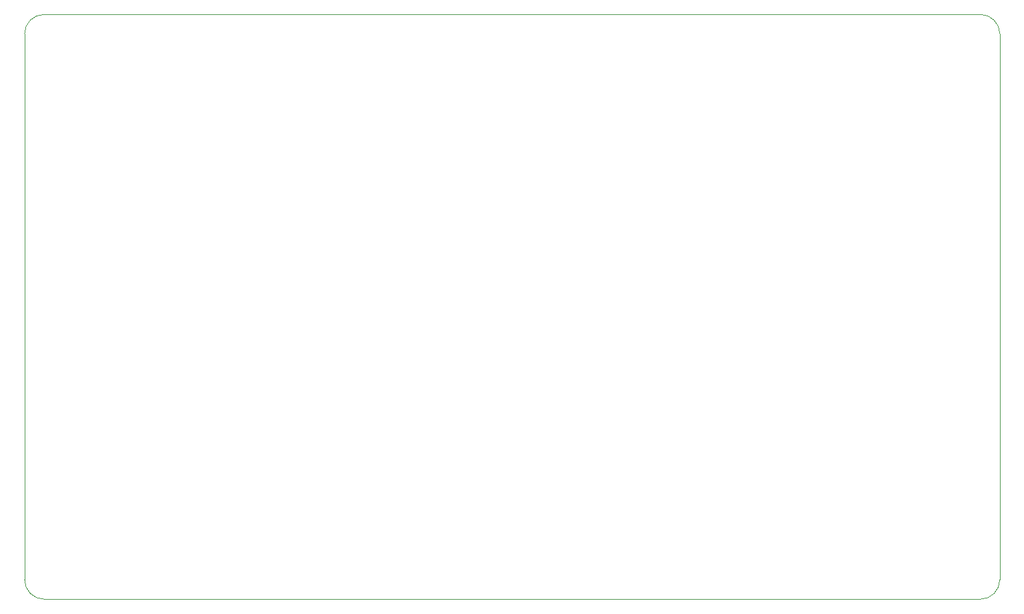
<source format=gbr>
%TF.GenerationSoftware,KiCad,Pcbnew,(5.1.7)-1*%
%TF.CreationDate,2021-05-11T13:40:29-05:00*%
%TF.ProjectId,instrumentation_amplifier,696e7374-7275-46d6-956e-746174696f6e,1.1*%
%TF.SameCoordinates,Original*%
%TF.FileFunction,Profile,NP*%
%FSLAX46Y46*%
G04 Gerber Fmt 4.6, Leading zero omitted, Abs format (unit mm)*
G04 Created by KiCad (PCBNEW (5.1.7)-1) date 2021-05-11 13:40:29*
%MOMM*%
%LPD*%
G01*
G04 APERTURE LIST*
%TA.AperFunction,Profile*%
%ADD10C,0.050000*%
%TD*%
G04 APERTURE END LIST*
D10*
X101600000Y-53340000D02*
G75*
G02*
X104140000Y-50800000I2540000J0D01*
G01*
X104140000Y-127000000D02*
G75*
G02*
X101600000Y-124460000I0J2540000D01*
G01*
X228600000Y-124460000D02*
G75*
G02*
X226060000Y-127000000I-2540000J0D01*
G01*
X226060000Y-50800000D02*
G75*
G02*
X228600000Y-53340000I0J-2540000D01*
G01*
X101600000Y-53340000D02*
X101600000Y-124460000D01*
X226060000Y-50800000D02*
X104140000Y-50800000D01*
X228600000Y-124460000D02*
X228600000Y-53340000D01*
X104140000Y-127000000D02*
X226060000Y-127000000D01*
M02*

</source>
